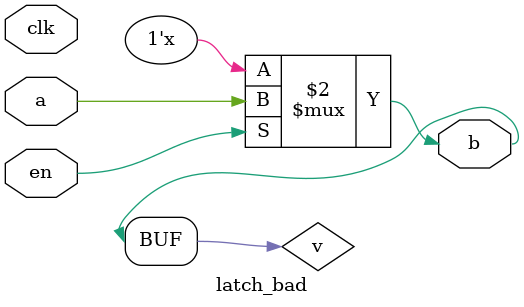
<source format=v>

module latch_bad(input clk, input a, input en, output b);

reg v;

always @ *
    if (en)
        v <= a;

assign b = v;

endmodule
</source>
